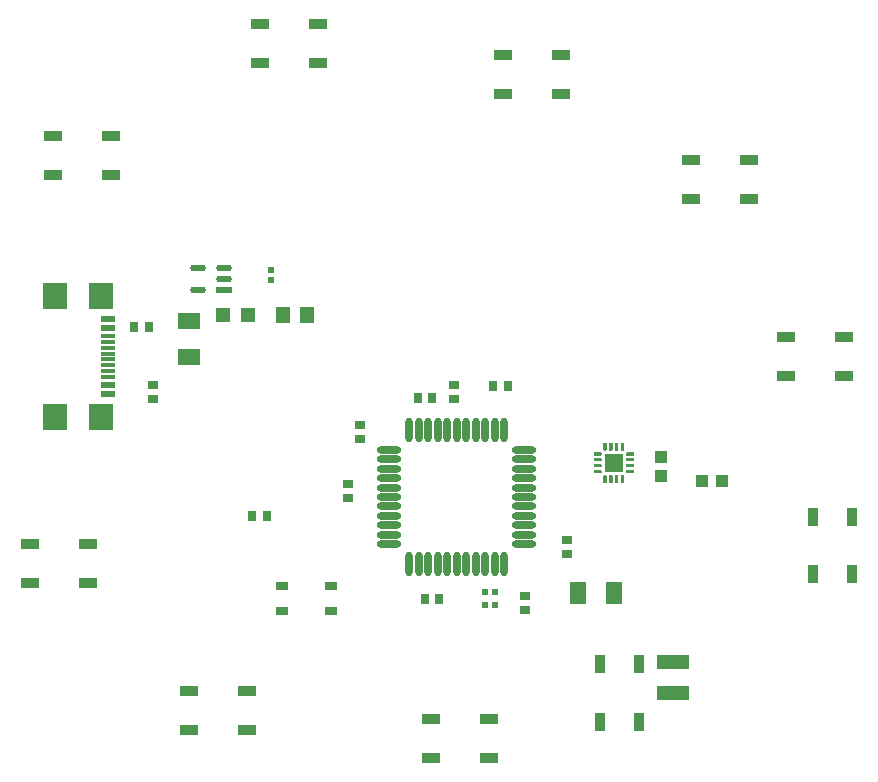
<source format=gtp>
G04*
G04 #@! TF.GenerationSoftware,Altium Limited,Altium Designer,24.9.1 (31)*
G04*
G04 Layer_Color=8421504*
%FSLAX44Y44*%
%MOMM*%
G71*
G04*
G04 #@! TF.SameCoordinates,E34D74D8-3647-4743-B869-721777AC5566*
G04*
G04*
G04 #@! TF.FilePolarity,Positive*
G04*
G01*
G75*
%ADD16R,1.1500X0.3000*%
%ADD17R,1.1500X0.6000*%
%ADD18R,2.0000X2.1800*%
%ADD19R,1.5000X0.9000*%
%ADD20R,0.9000X1.5000*%
%ADD21R,0.9000X0.7500*%
%ADD22R,1.0621X1.1350*%
%ADD23R,1.1350X1.0621*%
%ADD24R,0.5000X0.6000*%
%ADD25O,0.6000X2.0500*%
%ADD26O,2.0500X0.6000*%
%ADD27R,0.7500X0.9000*%
%ADD28R,0.8621X0.7350*%
%ADD29R,0.7350X0.8621*%
%ADD30R,0.5200X0.5200*%
%ADD31R,1.8582X1.3561*%
G04:AMPARAMS|DCode=32|XSize=1.3383mm|YSize=0.578mm|CornerRadius=0.289mm|HoleSize=0mm|Usage=FLASHONLY|Rotation=180.000|XOffset=0mm|YOffset=0mm|HoleType=Round|Shape=RoundedRectangle|*
%AMROUNDEDRECTD32*
21,1,1.3383,0.0000,0,0,180.0*
21,1,0.7603,0.5780,0,0,180.0*
1,1,0.5780,-0.3802,0.0000*
1,1,0.5780,0.3802,0.0000*
1,1,0.5780,0.3802,0.0000*
1,1,0.5780,-0.3802,0.0000*
%
%ADD32ROUNDEDRECTD32*%
%ADD33R,1.3383X0.5780*%
%ADD34R,1.2000X1.2000*%
%ADD35R,1.2000X1.4500*%
%ADD36R,1.0500X0.6500*%
%ADD37R,1.6000X1.6000*%
%ADD38C,0.2520*%
%ADD39R,1.3561X1.8582*%
%ADD40R,2.7000X1.2000*%
G36*
X1293600Y733900D02*
X1293878D01*
X1294393Y733687D01*
X1294787Y733293D01*
X1295000Y732778D01*
Y732500D01*
Y732222D01*
X1294787Y731707D01*
X1294393Y731313D01*
X1293878Y731100D01*
X1288100D01*
Y733900D01*
X1293600Y733900D01*
D02*
G37*
G36*
X1294393Y738687D02*
X1294787Y738293D01*
X1295000Y737778D01*
Y737500D01*
Y737222D01*
X1294787Y736707D01*
X1294393Y736313D01*
X1293878Y736100D01*
X1288100D01*
Y738900D01*
X1293878D01*
X1294393Y738687D01*
D02*
G37*
G36*
X1298293Y729787D02*
X1298687Y729393D01*
X1298900Y728878D01*
Y728600D01*
X1298900D01*
Y723100D01*
X1296100D01*
Y728600D01*
Y728878D01*
X1296313Y729393D01*
X1296707Y729787D01*
X1297222Y730000D01*
X1297778D01*
X1298293Y729787D01*
D02*
G37*
G36*
X1303293D02*
X1303687Y729393D01*
X1303900Y728878D01*
Y728600D01*
Y723100D01*
X1301100D01*
Y728600D01*
Y728878D01*
X1301313Y729393D01*
X1301707Y729787D01*
X1302222Y730000D01*
X1302778D01*
X1303293Y729787D01*
D02*
G37*
G36*
X1294393Y743687D02*
X1294787Y743293D01*
X1295000Y742778D01*
Y742500D01*
Y742222D01*
X1294787Y741707D01*
X1294393Y741313D01*
X1293878Y741100D01*
X1288100D01*
Y743900D01*
X1293878D01*
X1294393Y743687D01*
D02*
G37*
G36*
Y748687D02*
X1294787Y748293D01*
X1295000Y747778D01*
Y747500D01*
Y747222D01*
X1294787Y746707D01*
X1294393Y746313D01*
X1293878Y746100D01*
X1293600D01*
Y746100D01*
X1288100D01*
Y748900D01*
X1293878D01*
X1294393Y748687D01*
D02*
G37*
G36*
X1298900Y751400D02*
Y751122D01*
X1298687Y750607D01*
X1298293Y750213D01*
X1297778Y750000D01*
X1297222D01*
X1296707Y750213D01*
X1296313Y750607D01*
X1296100Y751122D01*
Y751400D01*
Y756900D01*
X1298900D01*
X1298900Y751400D01*
D02*
G37*
G36*
X1303900D02*
Y751122D01*
X1303687Y750607D01*
X1303293Y750213D01*
X1302778Y750000D01*
X1302222D01*
X1301707Y750213D01*
X1301313Y750607D01*
X1301100Y751122D01*
Y751400D01*
Y756900D01*
X1303900D01*
Y751400D01*
D02*
G37*
G36*
X1308293Y729787D02*
X1308687Y729393D01*
X1308900Y728878D01*
Y728600D01*
Y723100D01*
X1306100D01*
Y728600D01*
Y728878D01*
X1306313Y729393D01*
X1306707Y729787D01*
X1307222Y730000D01*
X1307778D01*
X1308293Y729787D01*
D02*
G37*
G36*
X1313293D02*
X1313687Y729393D01*
X1313900Y728878D01*
Y728600D01*
Y723100D01*
X1311100D01*
X1311100Y728600D01*
Y728878D01*
X1311313Y729393D01*
X1311707Y729787D01*
X1312222Y730000D01*
X1312778D01*
X1313293Y729787D01*
D02*
G37*
G36*
X1321900Y731100D02*
X1316122D01*
X1315607Y731313D01*
X1315213Y731707D01*
X1315000Y732222D01*
Y732500D01*
Y732778D01*
X1315213Y733293D01*
X1315607Y733687D01*
X1316122Y733900D01*
X1316400D01*
Y733900D01*
X1321900D01*
Y731100D01*
D02*
G37*
G36*
Y736100D02*
X1316122D01*
X1315607Y736313D01*
X1315213Y736707D01*
X1315000Y737222D01*
Y737500D01*
Y737778D01*
X1315213Y738293D01*
X1315607Y738687D01*
X1316122Y738900D01*
X1321900D01*
Y736100D01*
D02*
G37*
G36*
X1308900Y751400D02*
Y751122D01*
X1308687Y750607D01*
X1308293Y750213D01*
X1307778Y750000D01*
X1307222D01*
X1306707Y750213D01*
X1306313Y750607D01*
X1306100Y751122D01*
Y751400D01*
Y756900D01*
X1308900D01*
Y751400D01*
D02*
G37*
G36*
X1313900D02*
Y751122D01*
X1313687Y750607D01*
X1313293Y750213D01*
X1312778Y750000D01*
X1312222D01*
X1311707Y750213D01*
X1311313Y750607D01*
X1311100Y751122D01*
Y751400D01*
X1311100D01*
Y756900D01*
X1313900D01*
Y751400D01*
D02*
G37*
G36*
X1321900Y741100D02*
X1316122D01*
X1315607Y741313D01*
X1315213Y741707D01*
X1315000Y742222D01*
Y742500D01*
Y742778D01*
X1315213Y743293D01*
X1315607Y743687D01*
X1316122Y743900D01*
X1321900D01*
Y741100D01*
D02*
G37*
G36*
Y746100D02*
X1316400Y746100D01*
X1316122D01*
X1315607Y746313D01*
X1315213Y746707D01*
X1315000Y747222D01*
Y747500D01*
Y747778D01*
X1315213Y748293D01*
X1315607Y748687D01*
X1316122Y748900D01*
X1321900D01*
Y746100D01*
D02*
G37*
D16*
X876800Y812500D02*
D03*
Y817500D02*
D03*
Y822500D02*
D03*
Y827500D02*
D03*
Y832500D02*
D03*
Y837500D02*
D03*
Y842500D02*
D03*
Y847500D02*
D03*
D17*
Y806000D02*
D03*
Y854000D02*
D03*
Y798000D02*
D03*
Y862000D02*
D03*
D18*
X871050Y778900D02*
D03*
Y881100D02*
D03*
X831750Y778900D02*
D03*
Y881100D02*
D03*
D19*
X1499500Y813500D02*
D03*
Y846500D02*
D03*
X1450500D02*
D03*
Y813500D02*
D03*
X945500Y546500D02*
D03*
Y513500D02*
D03*
X994500D02*
D03*
Y546500D02*
D03*
X1150000Y523000D02*
D03*
Y490000D02*
D03*
X1199000D02*
D03*
Y523000D02*
D03*
X810500Y671500D02*
D03*
Y638500D02*
D03*
X859500D02*
D03*
Y671500D02*
D03*
X1370500Y996500D02*
D03*
Y963500D02*
D03*
X1419500D02*
D03*
Y996500D02*
D03*
X1211000Y1085000D02*
D03*
Y1052000D02*
D03*
X1260000D02*
D03*
Y1085000D02*
D03*
X1005500Y1111500D02*
D03*
Y1078500D02*
D03*
X1054500D02*
D03*
Y1111500D02*
D03*
X830500Y1016500D02*
D03*
Y983500D02*
D03*
X879500D02*
D03*
Y1016500D02*
D03*
D20*
X1506500Y694500D02*
D03*
X1473500D02*
D03*
Y645500D02*
D03*
X1506500D02*
D03*
X1293500Y520500D02*
D03*
X1326500D02*
D03*
Y569500D02*
D03*
X1293500D02*
D03*
D21*
X1170000Y806000D02*
D03*
Y794000D02*
D03*
X1080000Y722000D02*
D03*
Y710000D02*
D03*
X1230000Y627000D02*
D03*
Y615000D02*
D03*
X1265000Y663000D02*
D03*
Y675000D02*
D03*
X1090000Y772000D02*
D03*
Y760000D02*
D03*
D22*
X1345000Y728692D02*
D03*
Y745000D02*
D03*
D23*
X1396308Y725000D02*
D03*
X1380000D02*
D03*
D24*
X1196000Y619500D02*
D03*
Y630500D02*
D03*
X1204000D02*
D03*
Y619500D02*
D03*
D25*
X1132000Y768000D02*
D03*
X1140000D02*
D03*
X1148000D02*
D03*
X1156000D02*
D03*
X1164000D02*
D03*
X1172000D02*
D03*
X1180000D02*
D03*
X1188000D02*
D03*
X1196000D02*
D03*
X1204000D02*
D03*
X1212000D02*
D03*
Y654000D02*
D03*
X1204000D02*
D03*
X1196000D02*
D03*
X1188000D02*
D03*
X1180000D02*
D03*
X1172000D02*
D03*
X1164000D02*
D03*
X1156000D02*
D03*
X1148000D02*
D03*
X1140000D02*
D03*
X1132000D02*
D03*
D26*
X1229000Y751000D02*
D03*
Y743000D02*
D03*
Y735000D02*
D03*
Y727000D02*
D03*
Y719000D02*
D03*
Y711000D02*
D03*
Y703000D02*
D03*
Y695000D02*
D03*
Y687000D02*
D03*
Y679000D02*
D03*
Y671000D02*
D03*
X1115000D02*
D03*
Y679000D02*
D03*
Y687000D02*
D03*
Y695000D02*
D03*
Y703000D02*
D03*
Y711000D02*
D03*
Y719000D02*
D03*
Y727000D02*
D03*
Y735000D02*
D03*
Y743000D02*
D03*
Y751000D02*
D03*
D27*
X1203000Y805000D02*
D03*
X1215000D02*
D03*
X1157000Y625000D02*
D03*
X1145000D02*
D03*
X999000Y695000D02*
D03*
X1011000D02*
D03*
X1151000Y795000D02*
D03*
X1139000D02*
D03*
D28*
X915000Y806154D02*
D03*
Y793846D02*
D03*
D29*
X911154Y855000D02*
D03*
X898846D02*
D03*
D30*
X1015000Y895000D02*
D03*
Y903000D02*
D03*
D31*
X945000Y829739D02*
D03*
Y860261D02*
D03*
D32*
X952676Y886000D02*
D03*
Y905000D02*
D03*
X975000D02*
D03*
Y895500D02*
D03*
D33*
Y886000D02*
D03*
D34*
X974500Y865000D02*
D03*
X995500D02*
D03*
D35*
X1045000D02*
D03*
X1025000D02*
D03*
D36*
X1065750Y614250D02*
D03*
X1024250D02*
D03*
X1065750Y635750D02*
D03*
X1024250D02*
D03*
D37*
X1305000Y740000D02*
D03*
D38*
X1297500Y753593D02*
D03*
X1302500D02*
D03*
X1307500Y753450D02*
D03*
X1312500D02*
D03*
X1318593Y747500D02*
D03*
Y742500D02*
D03*
X1318450Y737500D02*
D03*
Y732500D02*
D03*
X1312500Y724500D02*
D03*
X1307500D02*
D03*
X1302500Y726550D02*
D03*
X1297500D02*
D03*
X1289500Y732500D02*
D03*
Y737500D02*
D03*
X1291550Y742500D02*
D03*
Y747500D02*
D03*
D39*
X1305261Y630000D02*
D03*
X1274739D02*
D03*
D40*
X1355000Y571000D02*
D03*
Y545000D02*
D03*
M02*

</source>
